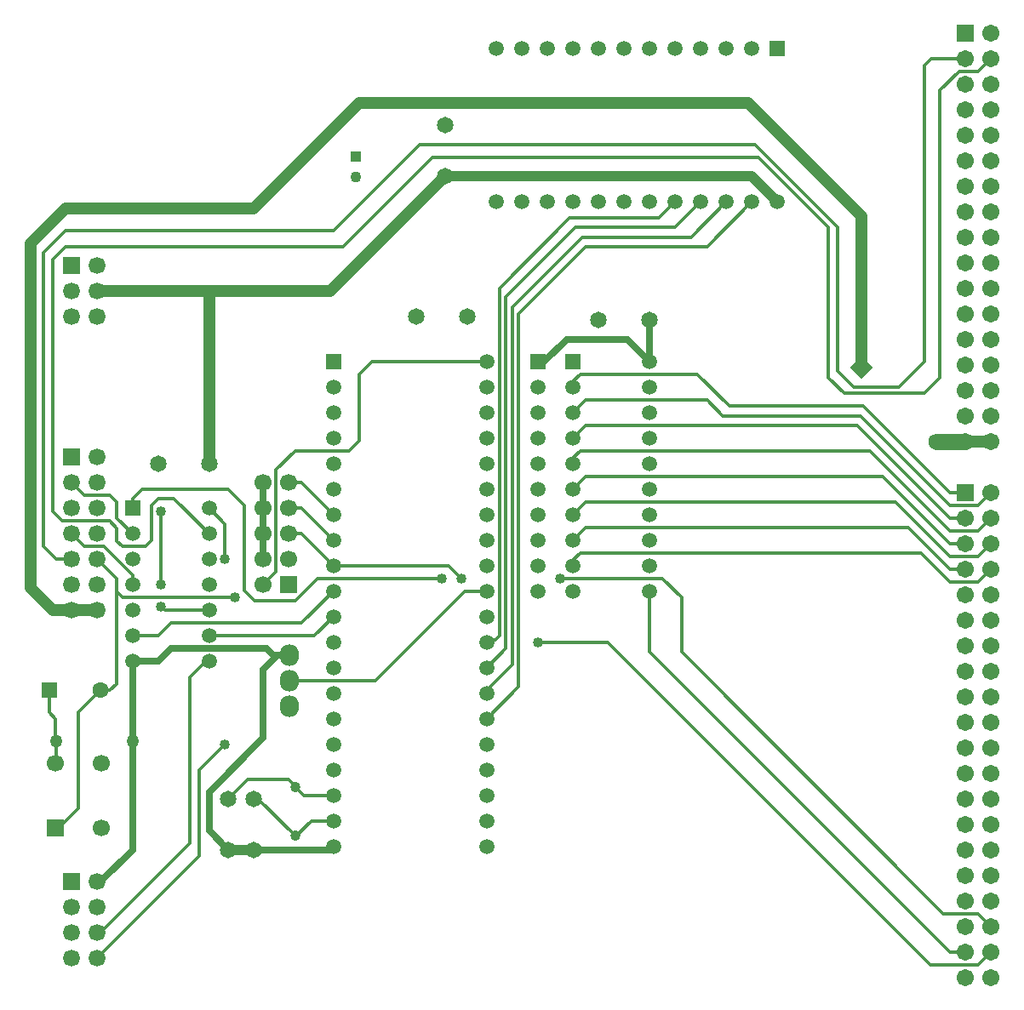
<source format=gbr>
G04 DipTrace 4.3.0.5*
G04 1 - Top.gbr*
%MOMM*%
G04 #@! TF.FileFunction,Copper,L1,Top*
G04 #@! TF.Part,Single*
%AMOUTLINE0*
4,1,4,
0.0,1.1243,
1.1243,0.0,
0.0,-1.1243,
-1.1243,0.0,
0.0,1.1243,
0*%
G04 #@! TA.AperFunction,Conductor*
%ADD16C,1.0*%
%ADD17C,0.66*%
%ADD18C,0.3302*%
%ADD19C,1.2*%
%ADD20C,0.6604*%
G04 #@! TA.AperFunction,ComponentPad*
%ADD22C,1.6*%
%ADD24C,1.65*%
%ADD25R,1.1X1.1*%
%ADD26C,1.1*%
%ADD27R,1.6X1.6*%
%ADD28C,1.59*%
%ADD29R,1.71X1.71*%
%ADD30C,1.71*%
%ADD31R,1.7X1.7*%
%ADD32C,1.7*%
%ADD33R,1.69X1.69*%
%ADD34C,1.69*%
%ADD35O,1.905X2.159*%
%ADD36C,1.27*%
%ADD37C,1.27*%
%ADD38R,1.5X1.5*%
%ADD39C,1.5*%
%ADD40C,1.03*%
G04 #@! TA.AperFunction,ViaPad*
%ADD41C,1.016*%
G04 #@! TA.AperFunction,ComponentPad*
%ADD88OUTLINE0*%
%FSLAX35Y35*%
G04*
G71*
G90*
G75*
G01*
G04 Top*
%LPD*%
X-5651493Y3270250D2*
D16*
X-2603500D1*
X-2349500Y3016250D1*
X-4730750Y1428750D2*
D17*
X-4667250D1*
X-4445000Y1651000D1*
X-3841753D1*
X-3619500Y1428747D1*
Y1841500D1*
X-9112250Y-4508500D2*
D18*
X-8096250Y-3492500D1*
Y-2635250D1*
X-7842250Y-2381250D1*
Y-539750D2*
Y-190500D1*
X-8001000Y-31750D1*
X-9112250Y2127250D2*
D19*
X-8001000D1*
Y412750D1*
X-5651493Y3270250D2*
X-6794493Y2127250D1*
X-9112250D1*
X-2603500Y3016250D2*
D18*
X-3048000Y2571750D1*
X-4254500D1*
X-4921250Y1905000D1*
Y-1809760D1*
X-5238717Y-2127227D1*
X-5238723Y-1873227D2*
Y-1841473D1*
X-4984750Y-1587500D1*
Y1968500D1*
X-4286250Y2667000D1*
X-3206750D1*
X-2857500Y3016250D1*
X-3111500D2*
X-3365500Y2762250D1*
X-4356320D1*
X-5048250Y2070320D1*
Y-1428747D1*
X-5238730Y-1619227D1*
X-4381500Y1174750D2*
Y1231703D1*
X-4311453Y1301750D1*
X-3143250D1*
X-2825750Y984250D1*
X-1492250D1*
X-635000Y127000D1*
X-476250D1*
X-4381500Y920750D2*
X-4254500Y1047750D1*
X-3048000D1*
X-2889250Y889000D1*
X-1524000D1*
X-635000Y0D1*
X-349250D1*
X-222250Y127000D1*
X-4381500Y666750D2*
X-4254500Y793750D1*
X-1555750D1*
X-635000Y-127000D1*
X-476250D1*
X-4381500Y412747D2*
Y469703D1*
X-4311453Y539750D1*
X-1428750D1*
X-635000Y-254000D1*
X-349250D1*
X-222250Y-127000D1*
X-4381500Y158747D2*
X-4254497Y285750D1*
X-1301750D1*
X-635000Y-381000D1*
X-476250D1*
X-4381500Y-95250D2*
X-4254500Y31750D1*
X-1174750D1*
X-635000Y-508000D1*
X-349250D1*
X-222250Y-381000D1*
X-4381500Y-349253D2*
X-4254497Y-222250D1*
X-1047750D1*
X-635000Y-635000D1*
X-476250D1*
X-4381500Y-603253D2*
Y-546297D1*
X-4311453Y-476250D1*
X-920750D1*
X-635000Y-762000D1*
X-349250D1*
X-222250Y-635000D1*
X-7810500Y-3429000D2*
D16*
X-7556500D1*
D20*
X-6762679D1*
Y-3397272D1*
X-7461259Y222248D2*
Y-31752D1*
X-7461255D1*
Y-285752D1*
X-7461250D1*
Y-539752D1*
X-7461245D1*
X-8763000Y-1555750D2*
X-8509000D1*
X-8382000Y-1428750D1*
X-7429500D1*
X-7362697Y-1495553D1*
X-7202583D1*
X-7321157D1*
X-7461250Y-1635647D1*
Y-2317750D1*
X-8001000Y-2857500D1*
Y-3238500D1*
X-7810500Y-3429000D1*
X-8763000Y-1555750D2*
Y-2349492D1*
Y-3429000D1*
X-9080500Y-3746500D1*
X-9112250D1*
X-9366250Y-285750D2*
D18*
X-9239250Y-412750D1*
X-9048750D1*
X-8763000Y-698500D1*
Y-793750D1*
X-8001000Y-1555750D2*
X-8032750D1*
X-8191500Y-1714500D1*
Y-3365500D1*
X-9080500Y-4254500D1*
X-9112250D1*
X-9366250Y-539750D2*
X-9525000D1*
X-9652000Y-412750D1*
Y2508250D1*
X-9429750Y2730500D1*
X-6762750D1*
X-5905500Y3587750D1*
X-2571750D1*
X-1746250Y2762250D1*
Y1333500D1*
X-1587500Y1174750D1*
X-1143000D1*
X-889000Y1428750D1*
Y4374953D1*
X-818953Y4445000D1*
X-476250D1*
Y635000D2*
D22*
X-767080D1*
X-772477Y629603D1*
X-476250Y635000D2*
D19*
X-222250D1*
X-8001000Y-285750D2*
D18*
X-8350250Y63500D1*
X-8509000D1*
X-8572500Y0D1*
Y-349250D1*
X-8636000Y-412750D1*
X-8864797D1*
X-8921750Y-355797D1*
Y-228797D1*
X-8991797Y-158750D1*
X-9461500D1*
X-9556750Y-63500D1*
Y2444750D1*
X-9429750Y2571750D1*
X-6667500D1*
X-5778500Y3460750D1*
X-2540000D1*
X-1841500Y2762250D1*
Y1270000D1*
X-1682750Y1111250D1*
X-889000D1*
X-730250Y1270000D1*
Y4127500D1*
X-539750Y4318000D1*
X-349250D1*
X-222250Y4445000D1*
X-7556500Y-2921000D2*
X-7514750D1*
X-7143750Y-3292000D1*
X-7133750D1*
X-6985023Y-3143273D1*
X-6762687D1*
X-6762693Y-2889273D2*
X-7058477D1*
X-7143750Y-2804000D1*
Y-2800547D1*
X-7213797Y-2730500D1*
X-7620000D1*
X-7810500Y-2921000D1*
X-476250Y-4445000D2*
X-635000D1*
X-3619500Y-1460500D1*
Y-857250D1*
X-8763000Y-31750D2*
Y63500D1*
X-8667750Y158750D1*
X-7810500D1*
X-7651750Y0D1*
Y-850703D1*
X-7549953Y-952500D1*
X-7143750D1*
X-6921500Y-730250D1*
X-5683250D1*
X-3365500Y3016250D2*
X-3524250Y2857500D1*
X-4413250D1*
X-5111750Y2159000D1*
Y-1301750D1*
X-5150037Y-1340037D1*
X-5213547D1*
X-5238740Y-1365227D1*
X-222250Y-4445000D2*
X-349250Y-4572000D1*
X-825500D1*
X-4032273Y-1365227D1*
X-4730750D1*
X-7207260Y222253D2*
X-7080300D1*
X-6762777Y-95273D1*
X-7207253Y-31747D2*
X-7080293D1*
X-6762770Y-349273D1*
X-8763000Y-1301750D2*
X-8509000D1*
X-8382000Y-1174750D1*
X-7080230D1*
X-6762753Y-857273D1*
X-8001000Y-1301750D2*
X-6953223D1*
X-6762747Y-1111273D1*
X-9366250Y-1047750D2*
D19*
X-9556750D1*
X-9779000Y-825500D1*
Y2604060D1*
X-9430310Y2952750D1*
X-7556500D1*
X-6508750Y4000500D1*
X-2635250D1*
X-1513524Y2878774D1*
Y1370651D1*
X-9366250Y-1047750D2*
X-9112250D1*
X-7461241Y-793752D2*
D18*
X-7334250Y-666762D1*
Y349250D1*
X-7143750Y539750D1*
X-6610547D1*
X-6508750Y641547D1*
Y1301750D1*
X-6381728Y1428772D1*
X-5238821D1*
X-9112250Y-539750D2*
X-8921750Y-730250D1*
Y-857250D1*
X-8858250Y-920750D1*
X-7747000D1*
X-9527750Y-3214250D2*
X-9500750D1*
X-9302750Y-3016250D1*
Y-2063750D1*
X-9080500Y-1841500D1*
X-8985250D1*
X-8921750Y-1778000D1*
Y-730250D1*
X-5238753Y-857227D2*
X-5460977D1*
X-6350000Y-1746250D1*
X-7199273D1*
X-7202577Y-1749553D1*
X-7207250Y-285748D2*
X-7080286D1*
X-6762761Y-603272D1*
X-5619728D1*
X-5492750Y-730250D1*
X-4507953D2*
X-3492500D1*
X-3302000Y-920750D1*
Y-1460500D1*
X-698500Y-4064000D1*
X-349250D1*
X-222250Y-4191000D1*
X-9588500Y-1841500D2*
Y-2063750D1*
X-9527750Y-2124500D1*
Y-2346758D1*
X-9525000Y-2349508D1*
Y-2561500D1*
X-9527750Y-2564250D1*
X-8477250Y-63500D2*
Y-793750D1*
Y-1009453D2*
X-8438953Y-1047750D1*
X-8001000D1*
X-9366250Y222250D2*
X-9239250Y95250D1*
X-8985250D1*
X-8921750Y31750D1*
Y-127000D1*
X-8763000Y-285750D1*
D41*
X-7842250Y-2381250D3*
Y-539750D3*
X-5683250Y-730250D3*
X-4730750Y-1365227D3*
X-7747000Y-920750D3*
X-5492750Y-730250D3*
X-4507953D3*
X-8477250Y-63500D3*
Y-793750D3*
Y-1009453D3*
D24*
X-5651507Y3778250D3*
X-5651493Y3270250D3*
D25*
X-6540503Y3465500D3*
D26*
X-6540497Y3265500D3*
D24*
X-8509000Y412750D3*
X-8001000D3*
X-5429250Y1873250D3*
X-5937250D3*
D22*
X-9080500Y-1841500D3*
D27*
X-9588500D3*
D24*
X-7810500Y-3429000D3*
Y-2921000D3*
X-7556500Y-3429000D3*
Y-2921000D3*
X-3619500Y1841500D3*
X-4127500D3*
D88*
X-1513524Y1370651D3*
D28*
X-772476Y629603D3*
D29*
X-476250Y127000D3*
D30*
X-222250D3*
X-476250Y-127000D3*
X-222250D3*
X-476250Y-381000D3*
X-222250D3*
X-476250Y-635000D3*
X-222250D3*
X-476250Y-889000D3*
X-222250D3*
X-476250Y-1143000D3*
X-222250D3*
X-476250Y-1397000D3*
X-222250D3*
X-476250Y-1651000D3*
X-222250D3*
X-476250Y-1905000D3*
X-222250D3*
X-476250Y-2159000D3*
X-222250D3*
X-476250Y-2413000D3*
X-222250D3*
X-476250Y-2667000D3*
X-222250D3*
X-476250Y-2921000D3*
X-222250D3*
X-476250Y-3175000D3*
X-222250D3*
X-476250Y-3429000D3*
X-222250D3*
X-476250Y-3683000D3*
X-222250D3*
X-476250Y-3937000D3*
X-222250D3*
X-476250Y-4191000D3*
X-222250D3*
X-476250Y-4445000D3*
X-222250D3*
X-476250Y-4699000D3*
X-222250D3*
D29*
X-476250Y4699000D3*
D30*
X-222250D3*
X-476250Y4445000D3*
X-222250D3*
X-476250Y4191000D3*
X-222250D3*
X-476250Y3937000D3*
X-222250D3*
X-476250Y3683000D3*
X-222250D3*
X-476250Y3429000D3*
X-222250D3*
X-476250Y3175000D3*
X-222250D3*
X-476250Y2921000D3*
X-222250D3*
X-476250Y2667000D3*
X-222250D3*
X-476250Y2413000D3*
X-222250D3*
X-476250Y2159000D3*
X-222250D3*
X-476250Y1905000D3*
X-222250D3*
X-476250Y1651000D3*
X-222250D3*
X-476250Y1397000D3*
X-222250D3*
X-476250Y1143000D3*
X-222250D3*
X-476250Y889000D3*
X-222250D3*
X-476250Y635000D3*
X-222250D3*
D31*
X-7207241Y-793748D3*
D32*
X-7461241Y-793752D3*
X-7207245Y-539748D3*
X-7461245Y-539752D3*
X-7207250Y-285748D3*
X-7461250Y-285752D3*
X-7207255Y-31748D3*
X-7461255Y-31752D3*
X-7207259Y222252D3*
X-7461259Y222248D3*
D33*
X-9366250Y-3746500D3*
D34*
X-9112250D3*
X-9366250Y-4000500D3*
X-9112250D3*
X-9366250Y-4254500D3*
X-9112250D3*
X-9366250Y-4508500D3*
X-9112250D3*
D33*
X-9366250Y476250D3*
D34*
X-9112250D3*
X-9366250Y222250D3*
X-9112250D3*
X-9366250Y-31750D3*
X-9112250D3*
X-9366250Y-285750D3*
X-9112250D3*
X-9366250Y-539750D3*
X-9112250D3*
X-9366250Y-793750D3*
X-9112250D3*
X-9366250Y-1047750D3*
X-9112250D3*
D35*
X-7202583Y-1495553D3*
X-7202573Y-2003550D3*
X-7202577Y-1749553D3*
D36*
X-9525000Y-2349508D3*
D37*
X-8763000Y-2349492D3*
D38*
X-4730750Y1428750D3*
D39*
Y1174750D3*
Y920750D3*
Y666750D3*
Y412750D3*
Y158750D3*
Y-95250D3*
Y-349250D3*
Y-603250D3*
Y-857250D3*
D31*
X-9527750Y-3214250D3*
D32*
X-9077750D3*
Y-2564250D3*
X-9527750D3*
D38*
X-2349500Y4540250D3*
D39*
X-2603500D3*
X-2857500D3*
X-3111500D3*
X-3365500D3*
X-3619500D3*
X-3873500D3*
X-4127500D3*
X-4381500D3*
X-4635500D3*
X-4889500D3*
X-5143500D3*
Y3016250D3*
X-4889500D3*
X-4635500D3*
X-4381500D3*
X-4127500D3*
X-3873500D3*
X-3619500D3*
X-3365500D3*
X-3111500D3*
X-2857500D3*
X-2603500D3*
X-2349500D3*
D38*
X-6762821Y1428728D3*
D39*
X-6762813Y1174728D3*
X-6762806Y920728D3*
X-6762798Y666728D3*
X-6762791Y412728D3*
X-6762783Y158728D3*
X-6762776Y-95272D3*
X-6762769Y-349272D3*
X-6762761Y-603272D3*
X-6762754Y-857272D3*
X-6762746Y-1111272D3*
X-6762739Y-1365272D3*
X-6762731Y-1619272D3*
X-6762724Y-1873272D3*
X-6762716Y-2127272D3*
X-6762709Y-2381272D3*
X-6762701Y-2635272D3*
X-6762694Y-2889272D3*
X-6762686Y-3143272D3*
X-6762679Y-3397272D3*
X-5238679Y-3397228D3*
X-5238686Y-3143228D3*
X-5238694Y-2889228D3*
X-5238701Y-2635228D3*
X-5238709Y-2381228D3*
X-5238716Y-2127228D3*
X-5238724Y-1873228D3*
X-5238731Y-1619228D3*
X-5238739Y-1365228D3*
X-5238746Y-1111228D3*
X-5238754Y-857228D3*
X-5238761Y-603228D3*
X-5238769Y-349228D3*
X-5238776Y-95228D3*
X-5238783Y158772D3*
X-5238791Y412772D3*
X-5238798Y666772D3*
X-5238806Y920772D3*
X-5238813Y1174772D3*
X-5238821Y1428772D3*
D38*
X-8763000Y-31750D3*
D39*
Y-285750D3*
Y-539750D3*
Y-793750D3*
Y-1047750D3*
Y-1301750D3*
Y-1555750D3*
X-8001000D3*
Y-1301750D3*
Y-1047750D3*
Y-793750D3*
Y-539750D3*
Y-285750D3*
Y-31750D3*
D38*
X-4381500Y1428750D3*
D39*
Y1174750D3*
Y920750D3*
Y666750D3*
Y412747D3*
Y158747D3*
Y-95250D3*
Y-349253D3*
Y-603253D3*
Y-857250D3*
X-3619500Y1428747D3*
Y1174747D3*
Y920747D3*
Y666750D3*
Y412747D3*
Y158747D3*
Y-95250D3*
Y-349253D3*
Y-603253D3*
Y-857250D3*
D40*
X-7143750Y-2804000D3*
Y-3292000D3*
D33*
X-9366250Y2381250D3*
D34*
X-9112250D3*
X-9366250Y2127250D3*
X-9112250D3*
X-9366250Y1873250D3*
X-9112250D3*
M02*

</source>
